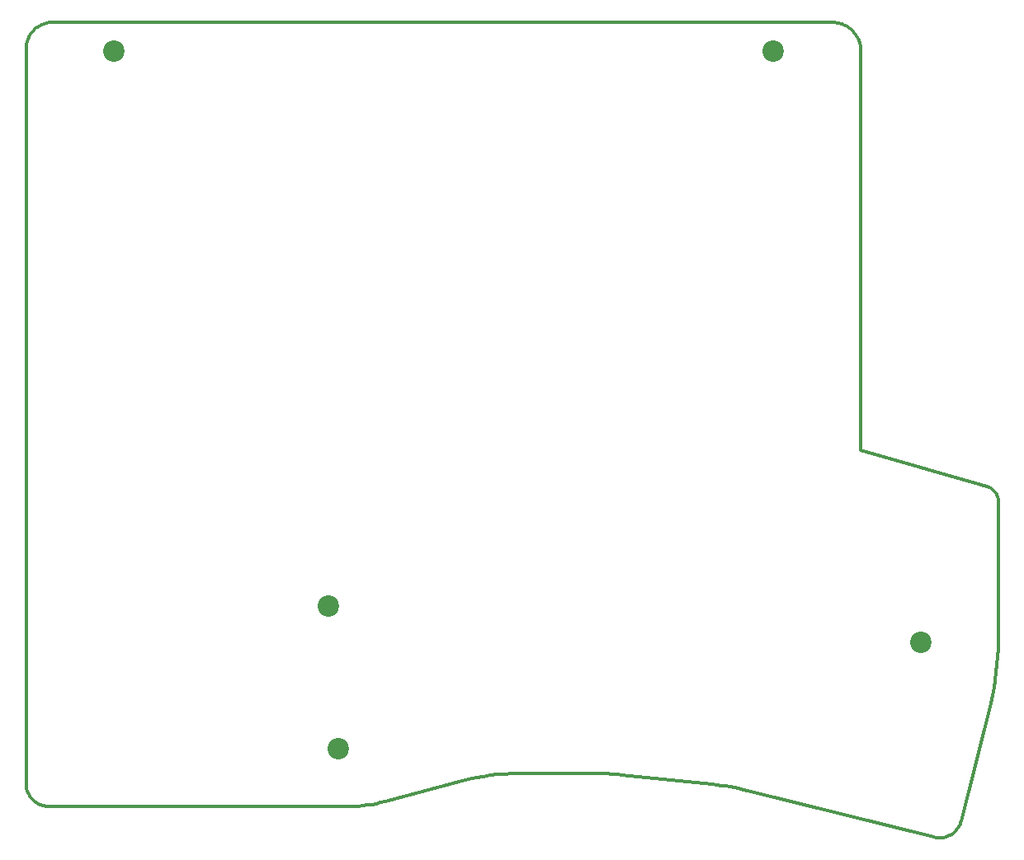
<source format=gbs>
%TF.GenerationSoftware,KiCad,Pcbnew,(6.0.6)*%
%TF.CreationDate,2022-09-17T23:42:14+09:00*%
%TF.ProjectId,split-mini_bottom,73706c69-742d-46d6-996e-695f626f7474,rev?*%
%TF.SameCoordinates,Original*%
%TF.FileFunction,Soldermask,Bot*%
%TF.FilePolarity,Negative*%
%FSLAX46Y46*%
G04 Gerber Fmt 4.6, Leading zero omitted, Abs format (unit mm)*
G04 Created by KiCad (PCBNEW (6.0.6)) date 2022-09-17 23:42:14*
%MOMM*%
%LPD*%
G01*
G04 APERTURE LIST*
%TA.AperFunction,Profile*%
%ADD10C,0.349999*%
%TD*%
%ADD11C,2.200000*%
G04 APERTURE END LIST*
D10*
X120734058Y-85321050D02*
X120746346Y-84517181D01*
X94563467Y-99773630D02*
X95006416Y-99879974D01*
X21067121Y-99747413D02*
X21097288Y-99856121D01*
X95006416Y-99879974D02*
X95006416Y-99879974D01*
X106613959Y-23464589D02*
X106588365Y-23321274D01*
X21022792Y-99525582D02*
X21042263Y-99637170D01*
X21450528Y-100558221D02*
X21520346Y-100647842D01*
X23314208Y-21027240D02*
X23182826Y-21050152D01*
X120663178Y-69673555D02*
X120617953Y-69555976D01*
X120429619Y-69232038D02*
X120350533Y-69135311D01*
X116257734Y-104147387D02*
X116337281Y-104072331D01*
X65730083Y-98890289D02*
X65730083Y-98890289D01*
X104737877Y-21174101D02*
X104602654Y-21128344D01*
X120306060Y-89309528D02*
X120440307Y-88517806D01*
X106647491Y-64950611D02*
X106647491Y-23907794D01*
X114417834Y-104707695D02*
X114531519Y-104721167D01*
X22319756Y-101272024D02*
X22422725Y-101317646D01*
X21325017Y-100370023D02*
X21385392Y-100465551D01*
X116831755Y-103339065D02*
X116873233Y-103232363D01*
X114869318Y-104727193D02*
X114980256Y-104718084D01*
X116678483Y-103640152D02*
X116734207Y-103543064D01*
X21793434Y-21793513D02*
X21700478Y-21891184D01*
X106069327Y-22166530D02*
X105982931Y-22056589D01*
X105588428Y-21662081D02*
X105478488Y-21575683D01*
X104870037Y-21226211D02*
X104737877Y-21174101D01*
X79268402Y-98118347D02*
X79619825Y-98120645D01*
X119962618Y-68817891D02*
X119849615Y-68758387D01*
X120725055Y-69920137D02*
X120699003Y-69795107D01*
X21042263Y-99637170D02*
X21067121Y-99747413D01*
X120699003Y-69795107D02*
X120663178Y-69673555D01*
X81724553Y-98230937D02*
X82074291Y-98265381D01*
X119606995Y-68666672D02*
X106647491Y-64950611D01*
X21218860Y-100171147D02*
X21269480Y-100271825D01*
X21049932Y-23182830D02*
X21027007Y-23314210D01*
X23078052Y-101482078D02*
X23191759Y-101490535D01*
X20997490Y-99184639D02*
X21000327Y-99299127D01*
X115907617Y-104406218D02*
X115999590Y-104347927D01*
X105694026Y-21753553D02*
X105588428Y-21662081D01*
X105891460Y-21950990D02*
X105795097Y-21849917D01*
X23306244Y-101493370D02*
X54168747Y-101493347D01*
X23715622Y-20997488D02*
X23715622Y-20997488D01*
X21992830Y-21612950D02*
X21891115Y-21700567D01*
X57823814Y-101011581D02*
X57823814Y-101011581D01*
X120746346Y-84517181D02*
X120746346Y-70178646D01*
X120563702Y-69442866D02*
X120500800Y-69334721D01*
X120744992Y-70113118D02*
X120740961Y-70048149D01*
X21114721Y-22925043D02*
X21079201Y-23053033D01*
X21000556Y-23580829D02*
X20997215Y-23715622D01*
X93224898Y-99501293D02*
X93672605Y-99584271D01*
X115411094Y-104628832D02*
X115514710Y-104593834D01*
X116618357Y-103733828D02*
X116678483Y-103640152D01*
X55553294Y-101425245D02*
X56012088Y-101372398D01*
X21932681Y-101040365D02*
X22025351Y-101105499D01*
X79971141Y-98127542D02*
X80322305Y-98139037D01*
X94118828Y-99675056D02*
X94563467Y-99773630D01*
X119965073Y-90880112D02*
X120147626Y-90097149D01*
X21520346Y-100647842D02*
X21594767Y-100734227D01*
X21843058Y-100970549D02*
X21932681Y-101040365D01*
X116413290Y-103993343D02*
X116485588Y-103910527D01*
X114980256Y-104718084D02*
X115090076Y-104703590D01*
X92325451Y-99358830D02*
X92775813Y-99426140D01*
X119790967Y-68731954D02*
X119730949Y-68707815D01*
X22207471Y-21454070D02*
X22098356Y-21530754D01*
X103737228Y-20997492D02*
X23715622Y-20997488D01*
X116088715Y-104285289D02*
X116174821Y-104218407D01*
X105982931Y-22056589D02*
X105891460Y-21950990D01*
X104034787Y-21012522D02*
X103886991Y-21001281D01*
X116337281Y-104072331D02*
X116413290Y-103993343D01*
X22634779Y-101393589D02*
X22743485Y-101423753D01*
X23182826Y-21050152D02*
X23053027Y-21079407D01*
X21156400Y-22799082D02*
X21114721Y-22925043D01*
X21700478Y-21891184D02*
X21612850Y-21992890D01*
X105364387Y-21494542D02*
X105246308Y-21418842D01*
X22435573Y-21317612D02*
X22319950Y-21382992D01*
X69367896Y-98227495D02*
X70105548Y-98166918D01*
X22925033Y-21114915D02*
X22799069Y-21156581D01*
X103737228Y-20997492D02*
X103737228Y-20997492D01*
X115812969Y-104460058D02*
X115907617Y-104406218D01*
X54631255Y-101485768D02*
X55092893Y-101463051D01*
X82074291Y-98265381D02*
X91421310Y-99247810D01*
X104464550Y-21089126D02*
X104323750Y-21056627D01*
X21010518Y-23446950D02*
X21000556Y-23580829D01*
X104180434Y-21031031D02*
X104034787Y-21012522D01*
X119606995Y-68666672D02*
X119606995Y-68666672D01*
X22098356Y-21530754D02*
X21992830Y-21612950D01*
X115514710Y-104593834D02*
X115616343Y-104553970D01*
X21453948Y-22207514D02*
X21382859Y-22319987D01*
X106418789Y-22774986D02*
X106360509Y-22646071D01*
X106470898Y-22907146D02*
X106418789Y-22774986D01*
X80322305Y-98139037D02*
X80673272Y-98155126D01*
X21673714Y-100817184D02*
X21673714Y-100817184D01*
X106643705Y-23758032D02*
X106632466Y-23610236D01*
X55092893Y-101463051D02*
X55553294Y-101425245D01*
X80673272Y-98155126D02*
X81023999Y-98175807D01*
X105246308Y-21418842D02*
X105124435Y-21348765D01*
X106647491Y-64950611D02*
X106647491Y-64950611D01*
X57823814Y-101011581D02*
X65730083Y-98890289D01*
X56468906Y-101304560D02*
X56923379Y-101221779D01*
X79268402Y-98118347D02*
X79268402Y-98118347D01*
X106296240Y-22520586D02*
X106226164Y-22398712D01*
X70105548Y-98166918D02*
X70845185Y-98130517D01*
X116940735Y-103010071D02*
X116940735Y-103010071D01*
X54168747Y-101493347D02*
X54168747Y-101493347D01*
X119730949Y-68707815D02*
X119669610Y-68686034D01*
X106647491Y-23907794D02*
X106643705Y-23758032D01*
X21204145Y-22675373D02*
X21156400Y-22799082D01*
X116554001Y-103823988D02*
X116618357Y-103733828D01*
X56012088Y-101372398D02*
X56468906Y-101304560D01*
X57375138Y-101124103D02*
X57823814Y-101011581D01*
X120746346Y-70178646D02*
X120744992Y-70113118D01*
X67900910Y-98420864D02*
X68632820Y-98312169D01*
X21000327Y-99299127D02*
X21008788Y-99412838D01*
X23053027Y-21079407D02*
X22925033Y-21114915D01*
X91421310Y-99247810D02*
X91873916Y-99299381D01*
X71586216Y-98118370D02*
X71586216Y-98118370D01*
X21382859Y-22319987D02*
X21317467Y-22435603D01*
X20997490Y-99184639D02*
X20997490Y-99184639D01*
X21673714Y-100817184D02*
X21756673Y-100896129D01*
X114189873Y-104662933D02*
X114189873Y-104662933D01*
X21612850Y-21992890D02*
X21530643Y-22098408D01*
X23191759Y-101490535D02*
X23306244Y-101493370D01*
X82074291Y-98265381D02*
X82074291Y-98265381D01*
X115090076Y-104703590D02*
X115198604Y-104683814D01*
X21891115Y-21700567D02*
X21793434Y-21793513D01*
X106632466Y-23610236D02*
X106613959Y-23464589D01*
X92775813Y-99426140D02*
X93224898Y-99501293D01*
X120697243Y-86123603D02*
X120734058Y-85321050D01*
X22965311Y-101468076D02*
X23078052Y-101482078D01*
X114757434Y-104730812D02*
X114869318Y-104727193D01*
X21756673Y-100896129D02*
X21843058Y-100970549D01*
X116940735Y-103010071D02*
X119965073Y-90880112D01*
X120734300Y-69983801D02*
X120725055Y-69920137D01*
X119669610Y-68686034D02*
X119606995Y-68666672D01*
X23580829Y-21000816D02*
X23446950Y-21010763D01*
X115999590Y-104347927D02*
X116088715Y-104285289D01*
X106226164Y-22398712D02*
X106150466Y-22280632D01*
X81374440Y-98201078D02*
X81724553Y-98230937D01*
X104998950Y-21284494D02*
X104870037Y-21226211D01*
X22120879Y-101165872D02*
X22219077Y-101221407D01*
X116485588Y-103910527D02*
X116554001Y-103823988D01*
X21079201Y-23053033D02*
X21049932Y-23182830D01*
X23446950Y-21010763D02*
X23314208Y-21027240D01*
X116909617Y-103122663D02*
X116940735Y-103010071D01*
X22554116Y-21258022D02*
X22435573Y-21317612D01*
X120147626Y-90097149D02*
X120306060Y-89309528D01*
X21530643Y-22098408D02*
X21453948Y-22207514D01*
X106588365Y-23321274D02*
X106555869Y-23180473D01*
X120635967Y-86924286D02*
X120697243Y-86123603D01*
X116873233Y-103232363D02*
X116909617Y-103122663D01*
X68632820Y-98312169D02*
X69367896Y-98227495D01*
X22743485Y-101423753D02*
X22853726Y-101448609D01*
X120440307Y-88517806D02*
X120550299Y-87722539D01*
X22527796Y-101358194D02*
X22634779Y-101393589D01*
X21132686Y-99963106D02*
X21173236Y-100068177D01*
X22025351Y-101105499D02*
X22120879Y-101165872D01*
X95006416Y-99879974D02*
X114189873Y-104662933D01*
X21385392Y-100465551D02*
X21450528Y-100558221D01*
X21008788Y-99412838D02*
X21022792Y-99525582D01*
X115198604Y-104683814D02*
X115305668Y-104658860D01*
X67172756Y-98553501D02*
X67900910Y-98420864D01*
X106150466Y-22280632D02*
X106069327Y-22166530D01*
X21097288Y-99856121D02*
X21132686Y-99963106D01*
X120500800Y-69334721D02*
X120429619Y-69232038D01*
X21027007Y-23314210D02*
X21010518Y-23446950D01*
X116174821Y-104218407D02*
X116257734Y-104147387D01*
X120263917Y-69045037D02*
X120170143Y-68961712D01*
X70845185Y-98130517D02*
X71586216Y-98118370D01*
X91421310Y-99247810D02*
X91421310Y-99247810D01*
X22675355Y-21204314D02*
X22554116Y-21258022D01*
X21257865Y-22554139D02*
X21204145Y-22675373D01*
X22422725Y-101317646D02*
X22527796Y-101358194D01*
X114644776Y-104728838D02*
X114757434Y-104730812D01*
X116734207Y-103543064D02*
X116785355Y-103442667D01*
X120350533Y-69135311D02*
X120263917Y-69045037D01*
X120550299Y-87722539D02*
X120635967Y-86924286D01*
X21594767Y-100734227D02*
X21673714Y-100817184D01*
X106360509Y-22646071D02*
X106296240Y-22520586D01*
X79619825Y-98120645D02*
X79971141Y-98127542D01*
X115715821Y-104509343D02*
X115812969Y-104460058D01*
X120746346Y-70178646D02*
X120746346Y-70178646D01*
X20997215Y-23715622D02*
X20997215Y-23715622D01*
X104323750Y-21056627D02*
X104180434Y-21031031D01*
X71586216Y-98118370D02*
X79268402Y-98118347D01*
X105795097Y-21849917D02*
X105694026Y-21753553D01*
X119849615Y-68758387D02*
X119790967Y-68731954D01*
X54168747Y-101493347D02*
X54631255Y-101485768D01*
X116785355Y-103442667D02*
X116831755Y-103339065D01*
X120170143Y-68961712D02*
X120069586Y-68885831D01*
X66448951Y-98710002D02*
X67172756Y-98553501D01*
X104602654Y-21128344D02*
X104464550Y-21089126D01*
X114189873Y-104662933D02*
X114303894Y-104688319D01*
X22799069Y-21156581D02*
X22675355Y-21204314D01*
X120746346Y-84517181D02*
X120746346Y-84517181D01*
X120617953Y-69555976D02*
X120563702Y-69442866D01*
X114303894Y-104688319D02*
X114417834Y-104707695D01*
X106555869Y-23180473D02*
X106516652Y-23042369D01*
X65730083Y-98890289D02*
X66448951Y-98710002D01*
X81023999Y-98175807D02*
X81374440Y-98201078D01*
X21173236Y-100068177D02*
X21218860Y-100171147D01*
X115616343Y-104553970D02*
X115715821Y-104509343D01*
X106516652Y-23042369D02*
X106470898Y-22907146D01*
X23715622Y-20997488D02*
X23580829Y-21000816D01*
X120740961Y-70048149D02*
X120734300Y-69983801D01*
X22219077Y-101221407D02*
X22319756Y-101272024D01*
X56923379Y-101221779D02*
X57375138Y-101124103D01*
X103886991Y-21001281D02*
X103737228Y-20997492D01*
X22853726Y-101448609D02*
X22965311Y-101468076D01*
X105478488Y-21575683D02*
X105364387Y-21494542D01*
X119965073Y-90880112D02*
X119965073Y-90880112D01*
X105124435Y-21348765D02*
X104998950Y-21284494D01*
X21793434Y-21793513D02*
X21793434Y-21793513D01*
X93672605Y-99584271D02*
X94118828Y-99675056D01*
X21317467Y-22435603D02*
X21257865Y-22554139D01*
X20997215Y-23715622D02*
X20997490Y-99184639D01*
X23306244Y-101493370D02*
X23306244Y-101493370D01*
X22319950Y-21382992D02*
X22207471Y-21454070D01*
X91873916Y-99299381D02*
X92325451Y-99358830D01*
X120069586Y-68885831D02*
X119962618Y-68817891D01*
X21269480Y-100271825D02*
X21325017Y-100370023D01*
X115305668Y-104658860D02*
X115411094Y-104628832D01*
X114531519Y-104721167D02*
X114644776Y-104728838D01*
D11*
%TO.C,HOLE3*%
X52020000Y-80950000D03*
%TD*%
%TO.C,HOLE5*%
X112800000Y-84690000D03*
%TD*%
%TO.C,HOLE4*%
X53040000Y-95600000D03*
%TD*%
%TO.C,HOLE2*%
X97680000Y-23950000D03*
%TD*%
%TO.C,HOLE1*%
X30040000Y-23950000D03*
%TD*%
M02*

</source>
